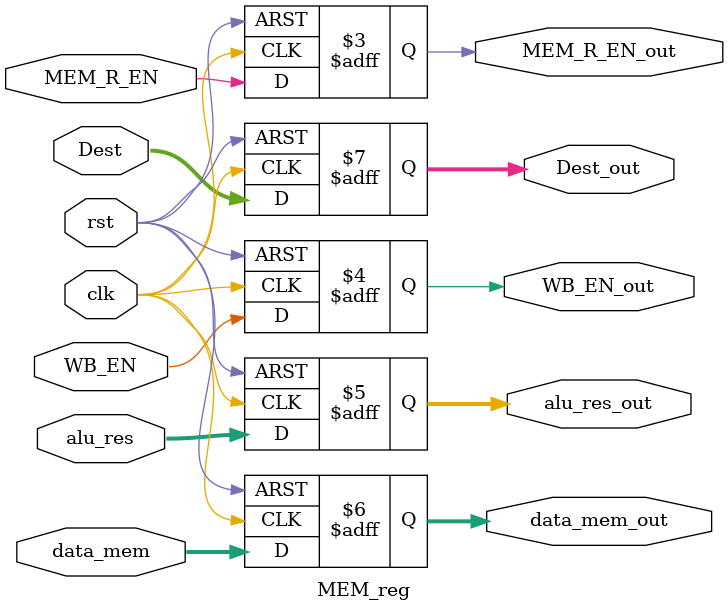
<source format=v>
`timescale 1ns/1ns
module MEM_reg(
    input clk, rst,
    input MEM_R_EN, WB_EN,
    input [31:0] alu_res, data_mem,
    input [3:0] Dest,
    output reg MEM_R_EN_out, WB_EN_out,
    output reg [31:0] alu_res_out, data_mem_out,
    output reg [3:0] Dest_out
);
    always @(posedge clk, posedge rst) begin
        if (rst == 1'b1) begin
            MEM_R_EN_out <= 1'b0;
            data_mem_out <= 32'd0;
            Dest_out <= 32'd0;
            alu_res_out <= 32'd0;
            WB_EN_out <= 1'b0;
        end
        else begin
            MEM_R_EN_out <= MEM_R_EN;
            alu_res_out <= alu_res;
            data_mem_out <= data_mem;
            Dest_out <= Dest;
            WB_EN_out <= WB_EN;
        end
    end
endmodule
</source>
